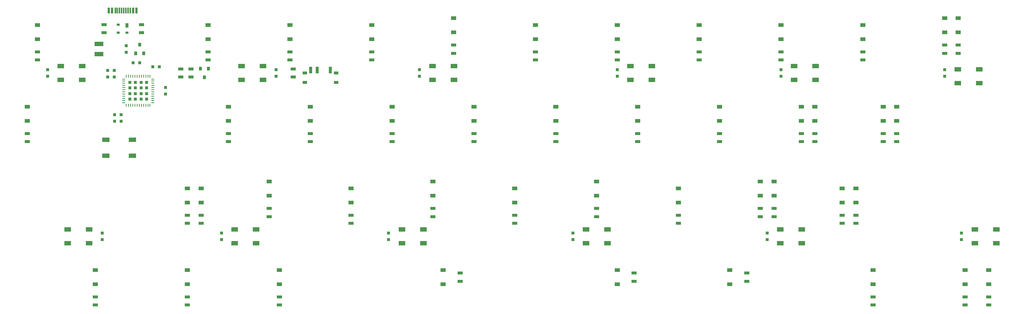
<source format=gbp>
G04 #@! TF.GenerationSoftware,KiCad,Pcbnew,(5.0.0)*
G04 #@! TF.CreationDate,2019-02-17T00:09:27-08:00*
G04 #@! TF.ProjectId,Voyager40,566F796167657234302E6B696361645F,rev?*
G04 #@! TF.SameCoordinates,Original*
G04 #@! TF.FileFunction,Paste,Bot*
G04 #@! TF.FilePolarity,Positive*
%FSLAX46Y46*%
G04 Gerber Fmt 4.6, Leading zero omitted, Abs format (unit mm)*
G04 Created by KiCad (PCBNEW (5.0.0)) date 02/17/19 00:09:27*
%MOMM*%
%LPD*%
G01*
G04 APERTURE LIST*
%ADD10R,0.750000X0.800000*%
%ADD11R,1.200000X0.900000*%
%ADD12R,2.030000X1.140000*%
%ADD13R,1.300000X0.700000*%
%ADD14R,0.700000X1.000000*%
%ADD15R,0.700000X0.600000*%
%ADD16R,0.300000X1.450000*%
%ADD17R,0.600000X1.450000*%
%ADD18R,1.600000X1.000000*%
%ADD19R,0.800000X0.750000*%
%ADD20R,0.800000X0.900000*%
%ADD21R,1.800000X1.100000*%
%ADD22R,1.000000X0.800000*%
%ADD23R,0.700000X1.500000*%
%ADD24R,0.772500X0.772500*%
%ADD25R,0.250000X0.700000*%
%ADD26R,0.700000X0.250000*%
G04 APERTURE END LIST*
D10*
G04 #@! TO.C,C22*
X69500750Y-54121750D03*
X69500750Y-52621750D03*
G04 #@! TD*
D11*
G04 #@! TO.C,D1*
X234156250Y-95187500D03*
X234156250Y-98487500D03*
G04 #@! TD*
G04 #@! TO.C,D16*
X39687500Y-38037500D03*
X39687500Y-41337500D03*
G04 #@! TD*
G04 #@! TO.C,D17*
X79375000Y-41337500D03*
X79375000Y-38037500D03*
G04 #@! TD*
G04 #@! TO.C,D18*
X98425000Y-38037500D03*
X98425000Y-41337500D03*
G04 #@! TD*
G04 #@! TO.C,D19*
X117475000Y-38037500D03*
X117475000Y-41337500D03*
G04 #@! TD*
G04 #@! TO.C,D20*
X136525000Y-36450000D03*
X136525000Y-39750000D03*
G04 #@! TD*
G04 #@! TO.C,D21*
X155575000Y-41337500D03*
X155575000Y-38037500D03*
G04 #@! TD*
G04 #@! TO.C,D22*
X174625000Y-38037500D03*
X174625000Y-41337500D03*
G04 #@! TD*
G04 #@! TO.C,D23*
X193675000Y-38037500D03*
X193675000Y-41337500D03*
G04 #@! TD*
G04 #@! TO.C,D24*
X212725000Y-41337500D03*
X212725000Y-38037500D03*
G04 #@! TD*
G04 #@! TO.C,D25*
X231775000Y-41337500D03*
X231775000Y-38037500D03*
G04 #@! TD*
G04 #@! TO.C,D26*
X250825000Y-39750000D03*
X250825000Y-36450000D03*
G04 #@! TD*
G04 #@! TO.C,D27*
X254000000Y-36450000D03*
X254000000Y-39750000D03*
G04 #@! TD*
G04 #@! TO.C,D31*
X37306250Y-60387500D03*
X37306250Y-57087500D03*
G04 #@! TD*
G04 #@! TO.C,D32*
X84137500Y-60387500D03*
X84137500Y-57087500D03*
G04 #@! TD*
G04 #@! TO.C,D33*
X103187500Y-57087500D03*
X103187500Y-60387500D03*
G04 #@! TD*
G04 #@! TO.C,D34*
X122237500Y-57087500D03*
X122237500Y-60387500D03*
G04 #@! TD*
G04 #@! TO.C,D35*
X141287500Y-60387500D03*
X141287500Y-57087500D03*
G04 #@! TD*
G04 #@! TO.C,D36*
X160337500Y-60387500D03*
X160337500Y-57087500D03*
G04 #@! TD*
G04 #@! TO.C,D37*
X179387500Y-60387500D03*
X179387500Y-57087500D03*
G04 #@! TD*
G04 #@! TO.C,D38*
X198437500Y-57087500D03*
X198437500Y-60387500D03*
G04 #@! TD*
G04 #@! TO.C,D39*
X217487500Y-60387500D03*
X217487500Y-57087500D03*
G04 #@! TD*
G04 #@! TO.C,D40*
X220662500Y-60387500D03*
X220662500Y-57087500D03*
G04 #@! TD*
G04 #@! TO.C,D41*
X239712500Y-60387500D03*
X239712500Y-57087500D03*
G04 #@! TD*
G04 #@! TO.C,D42*
X236537500Y-60387500D03*
X236537500Y-57087500D03*
G04 #@! TD*
G04 #@! TO.C,D44*
X74612500Y-76137500D03*
X74612500Y-79437500D03*
G04 #@! TD*
G04 #@! TO.C,D45*
X77787500Y-76137500D03*
X77787500Y-79437500D03*
G04 #@! TD*
G04 #@! TO.C,D46*
X93662500Y-77850000D03*
X93662500Y-74550000D03*
G04 #@! TD*
G04 #@! TO.C,D47*
X112712500Y-76137500D03*
X112712500Y-79437500D03*
G04 #@! TD*
G04 #@! TO.C,D48*
X131762500Y-77850000D03*
X131762500Y-74550000D03*
G04 #@! TD*
G04 #@! TO.C,D49*
X150812500Y-76137500D03*
X150812500Y-79437500D03*
G04 #@! TD*
G04 #@! TO.C,D50*
X169862500Y-77850000D03*
X169862500Y-74550000D03*
G04 #@! TD*
G04 #@! TO.C,D51*
X188912500Y-76137500D03*
X188912500Y-79437500D03*
G04 #@! TD*
G04 #@! TO.C,D52*
X207962500Y-74550000D03*
X207962500Y-77850000D03*
G04 #@! TD*
G04 #@! TO.C,D53*
X211137500Y-74550000D03*
X211137500Y-77850000D03*
G04 #@! TD*
G04 #@! TO.C,D54*
X230187500Y-76137500D03*
X230187500Y-79437500D03*
G04 #@! TD*
G04 #@! TO.C,D55*
X227012500Y-76137500D03*
X227012500Y-79437500D03*
G04 #@! TD*
G04 #@! TO.C,D58*
X134143750Y-98487500D03*
X134143750Y-95187500D03*
G04 #@! TD*
G04 #@! TO.C,D59*
X53181250Y-98487500D03*
X53181250Y-95187500D03*
G04 #@! TD*
G04 #@! TO.C,D60*
X74612500Y-95187500D03*
X74612500Y-98487500D03*
G04 #@! TD*
G04 #@! TO.C,D61*
X174625000Y-95187500D03*
X174625000Y-98487500D03*
G04 #@! TD*
G04 #@! TO.C,D62*
X200818750Y-98487500D03*
X200818750Y-95187500D03*
G04 #@! TD*
G04 #@! TO.C,D63*
X255587500Y-95187500D03*
X255587500Y-98487500D03*
G04 #@! TD*
G04 #@! TO.C,D64*
X261143750Y-98487500D03*
X261143750Y-95187500D03*
G04 #@! TD*
G04 #@! TO.C,D67*
X96043750Y-98487500D03*
X96043750Y-95187500D03*
G04 #@! TD*
D12*
G04 #@! TO.C,F1*
X53975000Y-42456250D03*
X53975000Y-44856250D03*
G04 #@! TD*
D13*
G04 #@! TO.C,R1*
X234156250Y-103343750D03*
X234156250Y-101443750D03*
G04 #@! TD*
G04 #@! TO.C,R16*
X39687500Y-44293750D03*
X39687500Y-46193750D03*
G04 #@! TD*
G04 #@! TO.C,R17*
X79375000Y-44293750D03*
X79375000Y-46193750D03*
G04 #@! TD*
G04 #@! TO.C,R18*
X98425000Y-46193750D03*
X98425000Y-44293750D03*
G04 #@! TD*
G04 #@! TO.C,R19*
X117475000Y-44293750D03*
X117475000Y-46193750D03*
G04 #@! TD*
G04 #@! TO.C,R20*
X136525000Y-44606250D03*
X136525000Y-42706250D03*
G04 #@! TD*
G04 #@! TO.C,R21*
X155575000Y-46193750D03*
X155575000Y-44293750D03*
G04 #@! TD*
G04 #@! TO.C,R22*
X174625000Y-44293750D03*
X174625000Y-46193750D03*
G04 #@! TD*
G04 #@! TO.C,R23*
X193675000Y-46193750D03*
X193675000Y-44293750D03*
G04 #@! TD*
G04 #@! TO.C,R24*
X212725000Y-46193750D03*
X212725000Y-44293750D03*
G04 #@! TD*
G04 #@! TO.C,R25*
X231775000Y-44293750D03*
X231775000Y-46193750D03*
G04 #@! TD*
G04 #@! TO.C,R26*
X250825000Y-42706250D03*
X250825000Y-44606250D03*
G04 #@! TD*
G04 #@! TO.C,R27*
X254000000Y-44606250D03*
X254000000Y-42706250D03*
G04 #@! TD*
G04 #@! TO.C,R31*
X37306250Y-65243750D03*
X37306250Y-63343750D03*
G04 #@! TD*
G04 #@! TO.C,R32*
X84137500Y-63343750D03*
X84137500Y-65243750D03*
G04 #@! TD*
G04 #@! TO.C,R33*
X103187500Y-63343750D03*
X103187500Y-65243750D03*
G04 #@! TD*
G04 #@! TO.C,R34*
X122237500Y-65243750D03*
X122237500Y-63343750D03*
G04 #@! TD*
G04 #@! TO.C,R35*
X141287500Y-65243750D03*
X141287500Y-63343750D03*
G04 #@! TD*
G04 #@! TO.C,R36*
X160337500Y-63343750D03*
X160337500Y-65243750D03*
G04 #@! TD*
G04 #@! TO.C,R37*
X179387500Y-65243750D03*
X179387500Y-63343750D03*
G04 #@! TD*
G04 #@! TO.C,R38*
X198437500Y-63343750D03*
X198437500Y-65243750D03*
G04 #@! TD*
G04 #@! TO.C,R39*
X217487500Y-65243750D03*
X217487500Y-63343750D03*
G04 #@! TD*
G04 #@! TO.C,R40*
X220662500Y-63343750D03*
X220662500Y-65243750D03*
G04 #@! TD*
G04 #@! TO.C,R41*
X239712500Y-65243750D03*
X239712500Y-63343750D03*
G04 #@! TD*
G04 #@! TO.C,R42*
X236537500Y-65243750D03*
X236537500Y-63343750D03*
G04 #@! TD*
G04 #@! TO.C,R44*
X74612500Y-82393750D03*
X74612500Y-84293750D03*
G04 #@! TD*
G04 #@! TO.C,R45*
X77787500Y-82393750D03*
X77787500Y-84293750D03*
G04 #@! TD*
G04 #@! TO.C,R46*
X93662500Y-82706250D03*
X93662500Y-80806250D03*
G04 #@! TD*
G04 #@! TO.C,R47*
X112712500Y-84293750D03*
X112712500Y-82393750D03*
G04 #@! TD*
G04 #@! TO.C,R48*
X131762500Y-80806250D03*
X131762500Y-82706250D03*
G04 #@! TD*
G04 #@! TO.C,R49*
X150812500Y-82393750D03*
X150812500Y-84293750D03*
G04 #@! TD*
G04 #@! TO.C,R50*
X169862500Y-82706250D03*
X169862500Y-80806250D03*
G04 #@! TD*
G04 #@! TO.C,R51*
X188912500Y-84293750D03*
X188912500Y-82393750D03*
G04 #@! TD*
G04 #@! TO.C,R52*
X207962500Y-80806250D03*
X207962500Y-82706250D03*
G04 #@! TD*
G04 #@! TO.C,R53*
X211137500Y-80806250D03*
X211137500Y-82706250D03*
G04 #@! TD*
G04 #@! TO.C,R54*
X230187500Y-82393750D03*
X230187500Y-84293750D03*
G04 #@! TD*
G04 #@! TO.C,R55*
X227012500Y-82393750D03*
X227012500Y-84293750D03*
G04 #@! TD*
G04 #@! TO.C,R58*
X138112500Y-97787500D03*
X138112500Y-95887500D03*
G04 #@! TD*
G04 #@! TO.C,R59*
X53181250Y-101443750D03*
X53181250Y-103343750D03*
G04 #@! TD*
G04 #@! TO.C,R60*
X74612500Y-103343750D03*
X74612500Y-101443750D03*
G04 #@! TD*
G04 #@! TO.C,R61*
X178593750Y-97787500D03*
X178593750Y-95887500D03*
G04 #@! TD*
G04 #@! TO.C,R62*
X204787500Y-95887500D03*
X204787500Y-97787500D03*
G04 #@! TD*
G04 #@! TO.C,R63*
X255587500Y-103343750D03*
X255587500Y-101443750D03*
G04 #@! TD*
G04 #@! TO.C,R64*
X261143750Y-101443750D03*
X261143750Y-103343750D03*
G04 #@! TD*
G04 #@! TO.C,R72*
X96043750Y-101443750D03*
X96043750Y-103343750D03*
G04 #@! TD*
G04 #@! TO.C,R73*
X55165625Y-37943750D03*
X55165625Y-39843750D03*
G04 #@! TD*
G04 #@! TO.C,R74*
X63896875Y-39843750D03*
X63896875Y-37943750D03*
G04 #@! TD*
D14*
G04 #@! TO.C,U2*
X60531250Y-38143750D03*
D15*
X58531250Y-37943750D03*
X60531250Y-39843750D03*
X58531250Y-39843750D03*
G04 #@! TD*
D16*
G04 #@! TO.C,USB1*
X59281250Y-34682500D03*
X59781250Y-34682500D03*
X60281250Y-34682500D03*
X58781250Y-34682500D03*
X60781250Y-34682500D03*
X58281250Y-34682500D03*
X61281250Y-34682500D03*
X57781250Y-34682500D03*
D17*
X57081250Y-34682500D03*
X61981250Y-34682500D03*
X56306250Y-34682500D03*
X62756250Y-34682500D03*
G04 #@! TD*
D10*
G04 #@! TO.C,C1*
X42068750Y-49962500D03*
X42068750Y-48462500D03*
G04 #@! TD*
G04 #@! TO.C,C5*
X95250000Y-48462500D03*
X95250000Y-49962500D03*
G04 #@! TD*
G04 #@! TO.C,C9*
X128587500Y-49962500D03*
X128587500Y-48462500D03*
G04 #@! TD*
G04 #@! TO.C,C10*
X174625000Y-48462500D03*
X174625000Y-49962500D03*
G04 #@! TD*
G04 #@! TO.C,C11*
X212725000Y-49962500D03*
X212725000Y-48462500D03*
G04 #@! TD*
G04 #@! TO.C,C12*
X250825000Y-48462500D03*
X250825000Y-49962500D03*
G04 #@! TD*
G04 #@! TO.C,C13*
X54768750Y-86562500D03*
X54768750Y-88062500D03*
G04 #@! TD*
G04 #@! TO.C,C14*
X82550000Y-88062500D03*
X82550000Y-86562500D03*
G04 #@! TD*
G04 #@! TO.C,C15*
X121443750Y-86562500D03*
X121443750Y-88062500D03*
G04 #@! TD*
G04 #@! TO.C,C16*
X164306250Y-88062500D03*
X164306250Y-86562500D03*
G04 #@! TD*
G04 #@! TO.C,C17*
X209550000Y-86562500D03*
X209550000Y-88062500D03*
G04 #@! TD*
G04 #@! TO.C,C18*
X254793750Y-88062500D03*
X254793750Y-86562500D03*
G04 #@! TD*
D18*
G04 #@! TO.C,RGB1*
X45125000Y-50812500D03*
X45125000Y-47612500D03*
X50125000Y-50812500D03*
X50125000Y-47612500D03*
G04 #@! TD*
G04 #@! TO.C,RGB2*
X257850000Y-88912500D03*
X257850000Y-85712500D03*
X262850000Y-88912500D03*
X262850000Y-85712500D03*
G04 #@! TD*
G04 #@! TO.C,RGB3*
X87193750Y-50812500D03*
X87193750Y-47612500D03*
X92193750Y-50812500D03*
X92193750Y-47612500D03*
G04 #@! TD*
G04 #@! TO.C,RGB4*
X217606250Y-85712500D03*
X217606250Y-88912500D03*
X212606250Y-85712500D03*
X212606250Y-88912500D03*
G04 #@! TD*
G04 #@! TO.C,RGB5*
X131643750Y-50812500D03*
X131643750Y-47612500D03*
X136643750Y-50812500D03*
X136643750Y-47612500D03*
G04 #@! TD*
G04 #@! TO.C,RGB6*
X172362500Y-85712500D03*
X172362500Y-88912500D03*
X167362500Y-85712500D03*
X167362500Y-88912500D03*
G04 #@! TD*
G04 #@! TO.C,RGB7*
X182681250Y-47612500D03*
X182681250Y-50812500D03*
X177681250Y-47612500D03*
X177681250Y-50812500D03*
G04 #@! TD*
G04 #@! TO.C,RGB8*
X129500000Y-85712500D03*
X129500000Y-88912500D03*
X124500000Y-85712500D03*
X124500000Y-88912500D03*
G04 #@! TD*
G04 #@! TO.C,RGB9*
X215781250Y-50812500D03*
X215781250Y-47612500D03*
X220781250Y-50812500D03*
X220781250Y-47612500D03*
G04 #@! TD*
G04 #@! TO.C,RGB10*
X85606250Y-88912500D03*
X85606250Y-85712500D03*
X90606250Y-88912500D03*
X90606250Y-85712500D03*
G04 #@! TD*
G04 #@! TO.C,RGB11*
X258881250Y-48406250D03*
X258881250Y-51606250D03*
X253881250Y-48406250D03*
X253881250Y-51606250D03*
G04 #@! TD*
G04 #@! TO.C,RGB12*
X51712500Y-85712500D03*
X51712500Y-88912500D03*
X46712500Y-85712500D03*
X46712500Y-88912500D03*
G04 #@! TD*
D19*
G04 #@! TO.C,C19*
X59138250Y-58928000D03*
X57638250Y-58928000D03*
G04 #@! TD*
D10*
G04 #@! TO.C,C20*
X57594500Y-50153000D03*
X57594500Y-48653000D03*
G04 #@! TD*
D19*
G04 #@! TO.C,C21*
X66560000Y-47815500D03*
X68060000Y-47815500D03*
G04 #@! TD*
D10*
G04 #@! TO.C,C23*
X56007000Y-48653000D03*
X56007000Y-50153000D03*
G04 #@! TD*
D19*
G04 #@! TO.C,C24*
X57638250Y-60515500D03*
X59138250Y-60515500D03*
G04 #@! TD*
D10*
G04 #@! TO.C,C25*
X60325000Y-42906250D03*
X60325000Y-44406250D03*
G04 #@! TD*
D19*
G04 #@! TO.C,C26*
X61956250Y-46831250D03*
X63456250Y-46831250D03*
G04 #@! TD*
D20*
G04 #@! TO.C,Q1*
X78581250Y-50212500D03*
X79531250Y-48212500D03*
X77631250Y-48212500D03*
G04 #@! TD*
D13*
G04 #@! TO.C,R2*
X99218750Y-50162500D03*
X99218750Y-48262500D03*
G04 #@! TD*
G04 #@! TO.C,R3*
X75406250Y-48262500D03*
X75406250Y-50162500D03*
G04 #@! TD*
G04 #@! TO.C,R69*
X73025000Y-50162500D03*
X73025000Y-48262500D03*
G04 #@! TD*
D21*
G04 #@! TO.C,SW2*
X61837500Y-64825000D03*
X55637500Y-64825000D03*
X61837500Y-68525000D03*
X55637500Y-68525000D03*
G04 #@! TD*
D22*
G04 #@! TO.C,SW3*
X109218750Y-49226250D03*
X101918750Y-49226250D03*
X101918750Y-51436250D03*
X109218750Y-51436250D03*
D23*
X103318750Y-48576250D03*
X104818750Y-48576250D03*
X107818750Y-48576250D03*
G04 #@! TD*
D24*
G04 #@! TO.C,U3*
X65082000Y-51440500D03*
X65082000Y-52728000D03*
X65082000Y-54015500D03*
X65082000Y-55303000D03*
X63794500Y-51440500D03*
X63794500Y-52728000D03*
X63794500Y-54015500D03*
X63794500Y-55303000D03*
X62507000Y-51440500D03*
X62507000Y-52728000D03*
X62507000Y-54015500D03*
X62507000Y-55303000D03*
X61219500Y-51440500D03*
X61219500Y-52728000D03*
X61219500Y-54015500D03*
X61219500Y-55303000D03*
D25*
X65900750Y-49971750D03*
X65400750Y-49971750D03*
X64900750Y-49971750D03*
X64400750Y-49971750D03*
X63900750Y-49971750D03*
X63400750Y-49971750D03*
X62900750Y-49971750D03*
X62400750Y-49971750D03*
X61900750Y-49971750D03*
X61400750Y-49971750D03*
X60900750Y-49971750D03*
X60400750Y-49971750D03*
D26*
X59750750Y-50621750D03*
X59750750Y-51121750D03*
X59750750Y-51621750D03*
X59750750Y-52121750D03*
X59750750Y-52621750D03*
X59750750Y-53121750D03*
X59750750Y-53621750D03*
X59750750Y-54121750D03*
X59750750Y-54621750D03*
X59750750Y-55121750D03*
X59750750Y-55621750D03*
X59750750Y-56121750D03*
D25*
X60400750Y-56771750D03*
X60900750Y-56771750D03*
X61400750Y-56771750D03*
X61900750Y-56771750D03*
X62400750Y-56771750D03*
X62900750Y-56771750D03*
X63400750Y-56771750D03*
X63900750Y-56771750D03*
X64400750Y-56771750D03*
X64900750Y-56771750D03*
X65400750Y-56771750D03*
X65900750Y-56771750D03*
D26*
X66550750Y-56121750D03*
X66550750Y-55621750D03*
X66550750Y-55121750D03*
X66550750Y-54621750D03*
X66550750Y-54121750D03*
X66550750Y-53621750D03*
X66550750Y-53121750D03*
X66550750Y-52621750D03*
X66550750Y-52121750D03*
X66550750Y-51621750D03*
X66550750Y-51121750D03*
X66550750Y-50621750D03*
G04 #@! TD*
D20*
G04 #@! TO.C,U4*
X64450000Y-44656250D03*
X62550000Y-44656250D03*
X63500000Y-42656250D03*
G04 #@! TD*
M02*

</source>
